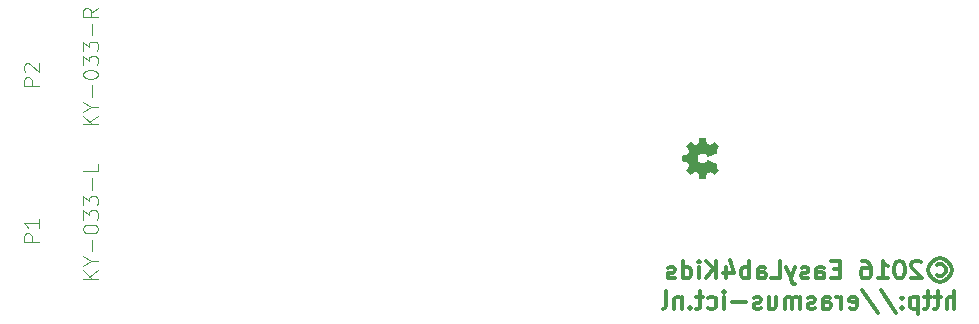
<source format=gbr>
G04 #@! TF.FileFunction,Legend,Bot*
%FSLAX46Y46*%
G04 Gerber Fmt 4.6, Leading zero omitted, Abs format (unit mm)*
G04 Created by KiCad (PCBNEW 4.0.4-stable) date 11/17/16 22:49:04*
%MOMM*%
%LPD*%
G01*
G04 APERTURE LIST*
%ADD10C,0.100000*%
%ADD11C,0.300000*%
%ADD12C,0.002540*%
%ADD13C,0.088900*%
G04 APERTURE END LIST*
D10*
D11*
X102062999Y-39662714D02*
X102205857Y-39591286D01*
X102491571Y-39591286D01*
X102634428Y-39662714D01*
X102777285Y-39805571D01*
X102848714Y-39948429D01*
X102848714Y-40234143D01*
X102777285Y-40377000D01*
X102634428Y-40519857D01*
X102491571Y-40591286D01*
X102205857Y-40591286D01*
X102062999Y-40519857D01*
X102348714Y-39091286D02*
X102705857Y-39162714D01*
X103062999Y-39377000D01*
X103277285Y-39734143D01*
X103348714Y-40091286D01*
X103277285Y-40448429D01*
X103062999Y-40805571D01*
X102705857Y-41019857D01*
X102348714Y-41091286D01*
X101991571Y-41019857D01*
X101634428Y-40805571D01*
X101420142Y-40448429D01*
X101348714Y-40091286D01*
X101420142Y-39734143D01*
X101634428Y-39377000D01*
X101991571Y-39162714D01*
X102348714Y-39091286D01*
X100777285Y-39448429D02*
X100705856Y-39377000D01*
X100562999Y-39305571D01*
X100205856Y-39305571D01*
X100062999Y-39377000D01*
X99991570Y-39448429D01*
X99920142Y-39591286D01*
X99920142Y-39734143D01*
X99991570Y-39948429D01*
X100848713Y-40805571D01*
X99920142Y-40805571D01*
X98991571Y-39305571D02*
X98848714Y-39305571D01*
X98705857Y-39377000D01*
X98634428Y-39448429D01*
X98562999Y-39591286D01*
X98491571Y-39877000D01*
X98491571Y-40234143D01*
X98562999Y-40519857D01*
X98634428Y-40662714D01*
X98705857Y-40734143D01*
X98848714Y-40805571D01*
X98991571Y-40805571D01*
X99134428Y-40734143D01*
X99205857Y-40662714D01*
X99277285Y-40519857D01*
X99348714Y-40234143D01*
X99348714Y-39877000D01*
X99277285Y-39591286D01*
X99205857Y-39448429D01*
X99134428Y-39377000D01*
X98991571Y-39305571D01*
X97063000Y-40805571D02*
X97920143Y-40805571D01*
X97491571Y-40805571D02*
X97491571Y-39305571D01*
X97634428Y-39519857D01*
X97777286Y-39662714D01*
X97920143Y-39734143D01*
X95777286Y-39305571D02*
X96063000Y-39305571D01*
X96205857Y-39377000D01*
X96277286Y-39448429D01*
X96420143Y-39662714D01*
X96491572Y-39948429D01*
X96491572Y-40519857D01*
X96420143Y-40662714D01*
X96348715Y-40734143D01*
X96205857Y-40805571D01*
X95920143Y-40805571D01*
X95777286Y-40734143D01*
X95705857Y-40662714D01*
X95634429Y-40519857D01*
X95634429Y-40162714D01*
X95705857Y-40019857D01*
X95777286Y-39948429D01*
X95920143Y-39877000D01*
X96205857Y-39877000D01*
X96348715Y-39948429D01*
X96420143Y-40019857D01*
X96491572Y-40162714D01*
X93848715Y-40019857D02*
X93348715Y-40019857D01*
X93134429Y-40805571D02*
X93848715Y-40805571D01*
X93848715Y-39305571D01*
X93134429Y-39305571D01*
X91848715Y-40805571D02*
X91848715Y-40019857D01*
X91920144Y-39877000D01*
X92063001Y-39805571D01*
X92348715Y-39805571D01*
X92491572Y-39877000D01*
X91848715Y-40734143D02*
X91991572Y-40805571D01*
X92348715Y-40805571D01*
X92491572Y-40734143D01*
X92563001Y-40591286D01*
X92563001Y-40448429D01*
X92491572Y-40305571D01*
X92348715Y-40234143D01*
X91991572Y-40234143D01*
X91848715Y-40162714D01*
X91205858Y-40734143D02*
X91063001Y-40805571D01*
X90777286Y-40805571D01*
X90634429Y-40734143D01*
X90563001Y-40591286D01*
X90563001Y-40519857D01*
X90634429Y-40377000D01*
X90777286Y-40305571D01*
X90991572Y-40305571D01*
X91134429Y-40234143D01*
X91205858Y-40091286D01*
X91205858Y-40019857D01*
X91134429Y-39877000D01*
X90991572Y-39805571D01*
X90777286Y-39805571D01*
X90634429Y-39877000D01*
X90063000Y-39805571D02*
X89705857Y-40805571D01*
X89348715Y-39805571D02*
X89705857Y-40805571D01*
X89848715Y-41162714D01*
X89920143Y-41234143D01*
X90063000Y-41305571D01*
X88063000Y-40805571D02*
X88777286Y-40805571D01*
X88777286Y-39305571D01*
X86920143Y-40805571D02*
X86920143Y-40019857D01*
X86991572Y-39877000D01*
X87134429Y-39805571D01*
X87420143Y-39805571D01*
X87563000Y-39877000D01*
X86920143Y-40734143D02*
X87063000Y-40805571D01*
X87420143Y-40805571D01*
X87563000Y-40734143D01*
X87634429Y-40591286D01*
X87634429Y-40448429D01*
X87563000Y-40305571D01*
X87420143Y-40234143D01*
X87063000Y-40234143D01*
X86920143Y-40162714D01*
X86205857Y-40805571D02*
X86205857Y-39305571D01*
X86205857Y-39877000D02*
X86063000Y-39805571D01*
X85777286Y-39805571D01*
X85634429Y-39877000D01*
X85563000Y-39948429D01*
X85491571Y-40091286D01*
X85491571Y-40519857D01*
X85563000Y-40662714D01*
X85634429Y-40734143D01*
X85777286Y-40805571D01*
X86063000Y-40805571D01*
X86205857Y-40734143D01*
X84205857Y-39805571D02*
X84205857Y-40805571D01*
X84563000Y-39234143D02*
X84920143Y-40305571D01*
X83991571Y-40305571D01*
X83420143Y-40805571D02*
X83420143Y-39305571D01*
X82563000Y-40805571D02*
X83205857Y-39948429D01*
X82563000Y-39305571D02*
X83420143Y-40162714D01*
X81920143Y-40805571D02*
X81920143Y-39805571D01*
X81920143Y-39305571D02*
X81991572Y-39377000D01*
X81920143Y-39448429D01*
X81848715Y-39377000D01*
X81920143Y-39305571D01*
X81920143Y-39448429D01*
X80563000Y-40805571D02*
X80563000Y-39305571D01*
X80563000Y-40734143D02*
X80705857Y-40805571D01*
X80991571Y-40805571D01*
X81134429Y-40734143D01*
X81205857Y-40662714D01*
X81277286Y-40519857D01*
X81277286Y-40091286D01*
X81205857Y-39948429D01*
X81134429Y-39877000D01*
X80991571Y-39805571D01*
X80705857Y-39805571D01*
X80563000Y-39877000D01*
X79920143Y-40734143D02*
X79777286Y-40805571D01*
X79491571Y-40805571D01*
X79348714Y-40734143D01*
X79277286Y-40591286D01*
X79277286Y-40519857D01*
X79348714Y-40377000D01*
X79491571Y-40305571D01*
X79705857Y-40305571D01*
X79848714Y-40234143D01*
X79920143Y-40091286D01*
X79920143Y-40019857D01*
X79848714Y-39877000D01*
X79705857Y-39805571D01*
X79491571Y-39805571D01*
X79348714Y-39877000D01*
X103563001Y-43355571D02*
X103563001Y-41855571D01*
X102920144Y-43355571D02*
X102920144Y-42569857D01*
X102991573Y-42427000D01*
X103134430Y-42355571D01*
X103348715Y-42355571D01*
X103491573Y-42427000D01*
X103563001Y-42498429D01*
X102420144Y-42355571D02*
X101848715Y-42355571D01*
X102205858Y-41855571D02*
X102205858Y-43141286D01*
X102134430Y-43284143D01*
X101991572Y-43355571D01*
X101848715Y-43355571D01*
X101563001Y-42355571D02*
X100991572Y-42355571D01*
X101348715Y-41855571D02*
X101348715Y-43141286D01*
X101277287Y-43284143D01*
X101134429Y-43355571D01*
X100991572Y-43355571D01*
X100491572Y-42355571D02*
X100491572Y-43855571D01*
X100491572Y-42427000D02*
X100348715Y-42355571D01*
X100063001Y-42355571D01*
X99920144Y-42427000D01*
X99848715Y-42498429D01*
X99777286Y-42641286D01*
X99777286Y-43069857D01*
X99848715Y-43212714D01*
X99920144Y-43284143D01*
X100063001Y-43355571D01*
X100348715Y-43355571D01*
X100491572Y-43284143D01*
X99134429Y-43212714D02*
X99063001Y-43284143D01*
X99134429Y-43355571D01*
X99205858Y-43284143D01*
X99134429Y-43212714D01*
X99134429Y-43355571D01*
X99134429Y-42427000D02*
X99063001Y-42498429D01*
X99134429Y-42569857D01*
X99205858Y-42498429D01*
X99134429Y-42427000D01*
X99134429Y-42569857D01*
X97348715Y-41784143D02*
X98634429Y-43712714D01*
X95777286Y-41784143D02*
X97063000Y-43712714D01*
X94705857Y-43284143D02*
X94848714Y-43355571D01*
X95134428Y-43355571D01*
X95277285Y-43284143D01*
X95348714Y-43141286D01*
X95348714Y-42569857D01*
X95277285Y-42427000D01*
X95134428Y-42355571D01*
X94848714Y-42355571D01*
X94705857Y-42427000D01*
X94634428Y-42569857D01*
X94634428Y-42712714D01*
X95348714Y-42855571D01*
X93991571Y-43355571D02*
X93991571Y-42355571D01*
X93991571Y-42641286D02*
X93920143Y-42498429D01*
X93848714Y-42427000D01*
X93705857Y-42355571D01*
X93563000Y-42355571D01*
X92420143Y-43355571D02*
X92420143Y-42569857D01*
X92491572Y-42427000D01*
X92634429Y-42355571D01*
X92920143Y-42355571D01*
X93063000Y-42427000D01*
X92420143Y-43284143D02*
X92563000Y-43355571D01*
X92920143Y-43355571D01*
X93063000Y-43284143D01*
X93134429Y-43141286D01*
X93134429Y-42998429D01*
X93063000Y-42855571D01*
X92920143Y-42784143D01*
X92563000Y-42784143D01*
X92420143Y-42712714D01*
X91777286Y-43284143D02*
X91634429Y-43355571D01*
X91348714Y-43355571D01*
X91205857Y-43284143D01*
X91134429Y-43141286D01*
X91134429Y-43069857D01*
X91205857Y-42927000D01*
X91348714Y-42855571D01*
X91563000Y-42855571D01*
X91705857Y-42784143D01*
X91777286Y-42641286D01*
X91777286Y-42569857D01*
X91705857Y-42427000D01*
X91563000Y-42355571D01*
X91348714Y-42355571D01*
X91205857Y-42427000D01*
X90491571Y-43355571D02*
X90491571Y-42355571D01*
X90491571Y-42498429D02*
X90420143Y-42427000D01*
X90277285Y-42355571D01*
X90063000Y-42355571D01*
X89920143Y-42427000D01*
X89848714Y-42569857D01*
X89848714Y-43355571D01*
X89848714Y-42569857D02*
X89777285Y-42427000D01*
X89634428Y-42355571D01*
X89420143Y-42355571D01*
X89277285Y-42427000D01*
X89205857Y-42569857D01*
X89205857Y-43355571D01*
X87848714Y-42355571D02*
X87848714Y-43355571D01*
X88491571Y-42355571D02*
X88491571Y-43141286D01*
X88420143Y-43284143D01*
X88277285Y-43355571D01*
X88063000Y-43355571D01*
X87920143Y-43284143D01*
X87848714Y-43212714D01*
X87205857Y-43284143D02*
X87063000Y-43355571D01*
X86777285Y-43355571D01*
X86634428Y-43284143D01*
X86563000Y-43141286D01*
X86563000Y-43069857D01*
X86634428Y-42927000D01*
X86777285Y-42855571D01*
X86991571Y-42855571D01*
X87134428Y-42784143D01*
X87205857Y-42641286D01*
X87205857Y-42569857D01*
X87134428Y-42427000D01*
X86991571Y-42355571D01*
X86777285Y-42355571D01*
X86634428Y-42427000D01*
X85920142Y-42784143D02*
X84777285Y-42784143D01*
X84062999Y-43355571D02*
X84062999Y-42355571D01*
X84062999Y-41855571D02*
X84134428Y-41927000D01*
X84062999Y-41998429D01*
X83991571Y-41927000D01*
X84062999Y-41855571D01*
X84062999Y-41998429D01*
X82705856Y-43284143D02*
X82848713Y-43355571D01*
X83134427Y-43355571D01*
X83277285Y-43284143D01*
X83348713Y-43212714D01*
X83420142Y-43069857D01*
X83420142Y-42641286D01*
X83348713Y-42498429D01*
X83277285Y-42427000D01*
X83134427Y-42355571D01*
X82848713Y-42355571D01*
X82705856Y-42427000D01*
X82277285Y-42355571D02*
X81705856Y-42355571D01*
X82062999Y-41855571D02*
X82062999Y-43141286D01*
X81991571Y-43284143D01*
X81848713Y-43355571D01*
X81705856Y-43355571D01*
X81205856Y-43212714D02*
X81134428Y-43284143D01*
X81205856Y-43355571D01*
X81277285Y-43284143D01*
X81205856Y-43212714D01*
X81205856Y-43355571D01*
X80491570Y-42355571D02*
X80491570Y-43355571D01*
X80491570Y-42498429D02*
X80420142Y-42427000D01*
X80277284Y-42355571D01*
X80062999Y-42355571D01*
X79920142Y-42427000D01*
X79848713Y-42569857D01*
X79848713Y-43355571D01*
X78920141Y-43355571D02*
X79062999Y-43284143D01*
X79134427Y-43141286D01*
X79134427Y-41855571D01*
D12*
G36*
X83540600Y-29596080D02*
X83530440Y-29613860D01*
X83507580Y-29651960D01*
X83469480Y-29707840D01*
X83426300Y-29773880D01*
X83380580Y-29839920D01*
X83345020Y-29895800D01*
X83319620Y-29933900D01*
X83312000Y-29949140D01*
X83314540Y-29956760D01*
X83329780Y-29989780D01*
X83352640Y-30032960D01*
X83367880Y-30060900D01*
X83385660Y-30101540D01*
X83388200Y-30124400D01*
X83383120Y-30126940D01*
X83352640Y-30142180D01*
X83296760Y-30165040D01*
X83225640Y-30198060D01*
X83139280Y-30233620D01*
X83047840Y-30271720D01*
X82956400Y-30312360D01*
X82867500Y-30347920D01*
X82786220Y-30380940D01*
X82720180Y-30406340D01*
X82677000Y-30424120D01*
X82656680Y-30431740D01*
X82651600Y-30429200D01*
X82631280Y-30408880D01*
X82605880Y-30370780D01*
X82539840Y-30292040D01*
X82443320Y-30213300D01*
X82334100Y-30167580D01*
X82209640Y-30149800D01*
X82095340Y-30165040D01*
X81988660Y-30208220D01*
X81889600Y-30284420D01*
X81815940Y-30378400D01*
X81770220Y-30485080D01*
X81754980Y-30607000D01*
X81767680Y-30721300D01*
X81813400Y-30833060D01*
X81887060Y-30932120D01*
X81935320Y-30975300D01*
X82034380Y-31031180D01*
X82141060Y-31064200D01*
X82169000Y-31066740D01*
X82285840Y-31061660D01*
X82397600Y-31028640D01*
X82496660Y-30965140D01*
X82580480Y-30881320D01*
X82588100Y-30868620D01*
X82618580Y-30830520D01*
X82638900Y-30802580D01*
X82654140Y-30782260D01*
X83014820Y-30932120D01*
X83070700Y-30954980D01*
X83169760Y-30995620D01*
X83253580Y-31031180D01*
X83322160Y-31061660D01*
X83367880Y-31081980D01*
X83385660Y-31089600D01*
X83385660Y-31089600D01*
X83388200Y-31104840D01*
X83378040Y-31130240D01*
X83355180Y-31181040D01*
X83337400Y-31214060D01*
X83319620Y-31252160D01*
X83312000Y-31269940D01*
X83319620Y-31285180D01*
X83342480Y-31320740D01*
X83378040Y-31374080D01*
X83423760Y-31440120D01*
X83464400Y-31501080D01*
X83502500Y-31556960D01*
X83527900Y-31597600D01*
X83538060Y-31617920D01*
X83538060Y-31620460D01*
X83527900Y-31638240D01*
X83502500Y-31671260D01*
X83456780Y-31719520D01*
X83388200Y-31788100D01*
X83375500Y-31798260D01*
X83319620Y-31856680D01*
X83271360Y-31902400D01*
X83235800Y-31932880D01*
X83220560Y-31945580D01*
X83220560Y-31945580D01*
X83200240Y-31935420D01*
X83159600Y-31907480D01*
X83101180Y-31871920D01*
X83035140Y-31826200D01*
X82862420Y-31706820D01*
X82699860Y-31772860D01*
X82649060Y-31793180D01*
X82588100Y-31818580D01*
X82544920Y-31836360D01*
X82527140Y-31846520D01*
X82519520Y-31864300D01*
X82509360Y-31907480D01*
X82496660Y-31973520D01*
X82481420Y-32049720D01*
X82468720Y-32123380D01*
X82456020Y-32189420D01*
X82445860Y-32237680D01*
X82443320Y-32260540D01*
X82438240Y-32265620D01*
X82428080Y-32270700D01*
X82405220Y-32273240D01*
X82364580Y-32273240D01*
X82301080Y-32275780D01*
X82209640Y-32275780D01*
X82199480Y-32275780D01*
X82113120Y-32273240D01*
X82042000Y-32273240D01*
X81998820Y-32270700D01*
X81981040Y-32268160D01*
X81981040Y-32268160D01*
X81975960Y-32245300D01*
X81965800Y-32199580D01*
X81953100Y-32133540D01*
X81937860Y-32054800D01*
X81935320Y-32049720D01*
X81920080Y-31970980D01*
X81907380Y-31902400D01*
X81897220Y-31856680D01*
X81889600Y-31838900D01*
X81884520Y-31833820D01*
X81854040Y-31818580D01*
X81805780Y-31795720D01*
X81744820Y-31767780D01*
X81683860Y-31742380D01*
X81627980Y-31722060D01*
X81584800Y-31706820D01*
X81567020Y-31701740D01*
X81567020Y-31701740D01*
X81546700Y-31714440D01*
X81506060Y-31739840D01*
X81450180Y-31777940D01*
X81381600Y-31826200D01*
X81376520Y-31828740D01*
X81310480Y-31874460D01*
X81254600Y-31910020D01*
X81213960Y-31935420D01*
X81196180Y-31945580D01*
X81193640Y-31943040D01*
X81175860Y-31930340D01*
X81137760Y-31894780D01*
X81086960Y-31846520D01*
X81026000Y-31788100D01*
X81008220Y-31770320D01*
X80944720Y-31704280D01*
X80904080Y-31658560D01*
X80881220Y-31630620D01*
X80876140Y-31617920D01*
X80876140Y-31617920D01*
X80888840Y-31597600D01*
X80916780Y-31554420D01*
X80954880Y-31498540D01*
X81000600Y-31429960D01*
X81005680Y-31424880D01*
X81051400Y-31358840D01*
X81086960Y-31302960D01*
X81114900Y-31264860D01*
X81125060Y-31247080D01*
X81125060Y-31244540D01*
X81117440Y-31216600D01*
X81099660Y-31168340D01*
X81076800Y-31109920D01*
X81051400Y-31048960D01*
X81028540Y-30993080D01*
X81010760Y-30949900D01*
X80998060Y-30932120D01*
X80998060Y-30929580D01*
X80972660Y-30924500D01*
X80924400Y-30911800D01*
X80855820Y-30896560D01*
X80772000Y-30881320D01*
X80759300Y-30878780D01*
X80680560Y-30863540D01*
X80614520Y-30850840D01*
X80568800Y-30843220D01*
X80551020Y-30838140D01*
X80548480Y-30825440D01*
X80545940Y-30787340D01*
X80543400Y-30728920D01*
X80543400Y-30657800D01*
X80543400Y-30581600D01*
X80545940Y-30507940D01*
X80545940Y-30446980D01*
X80551020Y-30401260D01*
X80553560Y-30380940D01*
X80556100Y-30380940D01*
X80578960Y-30373320D01*
X80629760Y-30363160D01*
X80698340Y-30350460D01*
X80779620Y-30332680D01*
X80794860Y-30330140D01*
X80873600Y-30314900D01*
X80939640Y-30302200D01*
X80985360Y-30292040D01*
X81003140Y-30286960D01*
X81005680Y-30281880D01*
X81020920Y-30248860D01*
X81041240Y-30195520D01*
X81069180Y-30129480D01*
X81130140Y-29977080D01*
X81003140Y-29789120D01*
X80990440Y-29771340D01*
X80944720Y-29705300D01*
X80906620Y-29649420D01*
X80883760Y-29611320D01*
X80873600Y-29593540D01*
X80873600Y-29593540D01*
X80891380Y-29573220D01*
X80924400Y-29537660D01*
X80975200Y-29486860D01*
X81033620Y-29428440D01*
X81076800Y-29382720D01*
X81130140Y-29331920D01*
X81165700Y-29298900D01*
X81188560Y-29281120D01*
X81201260Y-29276040D01*
X81211420Y-29276040D01*
X81229200Y-29288740D01*
X81272380Y-29316680D01*
X81328260Y-29354780D01*
X81394300Y-29400500D01*
X81450180Y-29438600D01*
X81513680Y-29479240D01*
X81556860Y-29504640D01*
X81579720Y-29514800D01*
X81589880Y-29512260D01*
X81625440Y-29499560D01*
X81681320Y-29476700D01*
X81747360Y-29448760D01*
X81894680Y-29382720D01*
X81915000Y-29286200D01*
X81925160Y-29227780D01*
X81940400Y-29143960D01*
X81955640Y-29065220D01*
X81981040Y-28943300D01*
X82430620Y-28938220D01*
X82438240Y-28958540D01*
X82443320Y-28976320D01*
X82453480Y-29022040D01*
X82466180Y-29085540D01*
X82481420Y-29164280D01*
X82494120Y-29227780D01*
X82506820Y-29293820D01*
X82514440Y-29342080D01*
X82519520Y-29362400D01*
X82527140Y-29367480D01*
X82557620Y-29385260D01*
X82608420Y-29408120D01*
X82669380Y-29433520D01*
X82732880Y-29461460D01*
X82791300Y-29484320D01*
X82837020Y-29499560D01*
X82859880Y-29507180D01*
X82877660Y-29497020D01*
X82915760Y-29471620D01*
X82971640Y-29436060D01*
X83037680Y-29390340D01*
X83101180Y-29347160D01*
X83159600Y-29309060D01*
X83197700Y-29283660D01*
X83218020Y-29270960D01*
X83230720Y-29276040D01*
X83261200Y-29303980D01*
X83312000Y-29352240D01*
X83385660Y-29425900D01*
X83395820Y-29438600D01*
X83454240Y-29497020D01*
X83499960Y-29545280D01*
X83530440Y-29580840D01*
X83540600Y-29596080D01*
X83540600Y-29596080D01*
G37*
X83540600Y-29596080D02*
X83530440Y-29613860D01*
X83507580Y-29651960D01*
X83469480Y-29707840D01*
X83426300Y-29773880D01*
X83380580Y-29839920D01*
X83345020Y-29895800D01*
X83319620Y-29933900D01*
X83312000Y-29949140D01*
X83314540Y-29956760D01*
X83329780Y-29989780D01*
X83352640Y-30032960D01*
X83367880Y-30060900D01*
X83385660Y-30101540D01*
X83388200Y-30124400D01*
X83383120Y-30126940D01*
X83352640Y-30142180D01*
X83296760Y-30165040D01*
X83225640Y-30198060D01*
X83139280Y-30233620D01*
X83047840Y-30271720D01*
X82956400Y-30312360D01*
X82867500Y-30347920D01*
X82786220Y-30380940D01*
X82720180Y-30406340D01*
X82677000Y-30424120D01*
X82656680Y-30431740D01*
X82651600Y-30429200D01*
X82631280Y-30408880D01*
X82605880Y-30370780D01*
X82539840Y-30292040D01*
X82443320Y-30213300D01*
X82334100Y-30167580D01*
X82209640Y-30149800D01*
X82095340Y-30165040D01*
X81988660Y-30208220D01*
X81889600Y-30284420D01*
X81815940Y-30378400D01*
X81770220Y-30485080D01*
X81754980Y-30607000D01*
X81767680Y-30721300D01*
X81813400Y-30833060D01*
X81887060Y-30932120D01*
X81935320Y-30975300D01*
X82034380Y-31031180D01*
X82141060Y-31064200D01*
X82169000Y-31066740D01*
X82285840Y-31061660D01*
X82397600Y-31028640D01*
X82496660Y-30965140D01*
X82580480Y-30881320D01*
X82588100Y-30868620D01*
X82618580Y-30830520D01*
X82638900Y-30802580D01*
X82654140Y-30782260D01*
X83014820Y-30932120D01*
X83070700Y-30954980D01*
X83169760Y-30995620D01*
X83253580Y-31031180D01*
X83322160Y-31061660D01*
X83367880Y-31081980D01*
X83385660Y-31089600D01*
X83385660Y-31089600D01*
X83388200Y-31104840D01*
X83378040Y-31130240D01*
X83355180Y-31181040D01*
X83337400Y-31214060D01*
X83319620Y-31252160D01*
X83312000Y-31269940D01*
X83319620Y-31285180D01*
X83342480Y-31320740D01*
X83378040Y-31374080D01*
X83423760Y-31440120D01*
X83464400Y-31501080D01*
X83502500Y-31556960D01*
X83527900Y-31597600D01*
X83538060Y-31617920D01*
X83538060Y-31620460D01*
X83527900Y-31638240D01*
X83502500Y-31671260D01*
X83456780Y-31719520D01*
X83388200Y-31788100D01*
X83375500Y-31798260D01*
X83319620Y-31856680D01*
X83271360Y-31902400D01*
X83235800Y-31932880D01*
X83220560Y-31945580D01*
X83220560Y-31945580D01*
X83200240Y-31935420D01*
X83159600Y-31907480D01*
X83101180Y-31871920D01*
X83035140Y-31826200D01*
X82862420Y-31706820D01*
X82699860Y-31772860D01*
X82649060Y-31793180D01*
X82588100Y-31818580D01*
X82544920Y-31836360D01*
X82527140Y-31846520D01*
X82519520Y-31864300D01*
X82509360Y-31907480D01*
X82496660Y-31973520D01*
X82481420Y-32049720D01*
X82468720Y-32123380D01*
X82456020Y-32189420D01*
X82445860Y-32237680D01*
X82443320Y-32260540D01*
X82438240Y-32265620D01*
X82428080Y-32270700D01*
X82405220Y-32273240D01*
X82364580Y-32273240D01*
X82301080Y-32275780D01*
X82209640Y-32275780D01*
X82199480Y-32275780D01*
X82113120Y-32273240D01*
X82042000Y-32273240D01*
X81998820Y-32270700D01*
X81981040Y-32268160D01*
X81981040Y-32268160D01*
X81975960Y-32245300D01*
X81965800Y-32199580D01*
X81953100Y-32133540D01*
X81937860Y-32054800D01*
X81935320Y-32049720D01*
X81920080Y-31970980D01*
X81907380Y-31902400D01*
X81897220Y-31856680D01*
X81889600Y-31838900D01*
X81884520Y-31833820D01*
X81854040Y-31818580D01*
X81805780Y-31795720D01*
X81744820Y-31767780D01*
X81683860Y-31742380D01*
X81627980Y-31722060D01*
X81584800Y-31706820D01*
X81567020Y-31701740D01*
X81567020Y-31701740D01*
X81546700Y-31714440D01*
X81506060Y-31739840D01*
X81450180Y-31777940D01*
X81381600Y-31826200D01*
X81376520Y-31828740D01*
X81310480Y-31874460D01*
X81254600Y-31910020D01*
X81213960Y-31935420D01*
X81196180Y-31945580D01*
X81193640Y-31943040D01*
X81175860Y-31930340D01*
X81137760Y-31894780D01*
X81086960Y-31846520D01*
X81026000Y-31788100D01*
X81008220Y-31770320D01*
X80944720Y-31704280D01*
X80904080Y-31658560D01*
X80881220Y-31630620D01*
X80876140Y-31617920D01*
X80876140Y-31617920D01*
X80888840Y-31597600D01*
X80916780Y-31554420D01*
X80954880Y-31498540D01*
X81000600Y-31429960D01*
X81005680Y-31424880D01*
X81051400Y-31358840D01*
X81086960Y-31302960D01*
X81114900Y-31264860D01*
X81125060Y-31247080D01*
X81125060Y-31244540D01*
X81117440Y-31216600D01*
X81099660Y-31168340D01*
X81076800Y-31109920D01*
X81051400Y-31048960D01*
X81028540Y-30993080D01*
X81010760Y-30949900D01*
X80998060Y-30932120D01*
X80998060Y-30929580D01*
X80972660Y-30924500D01*
X80924400Y-30911800D01*
X80855820Y-30896560D01*
X80772000Y-30881320D01*
X80759300Y-30878780D01*
X80680560Y-30863540D01*
X80614520Y-30850840D01*
X80568800Y-30843220D01*
X80551020Y-30838140D01*
X80548480Y-30825440D01*
X80545940Y-30787340D01*
X80543400Y-30728920D01*
X80543400Y-30657800D01*
X80543400Y-30581600D01*
X80545940Y-30507940D01*
X80545940Y-30446980D01*
X80551020Y-30401260D01*
X80553560Y-30380940D01*
X80556100Y-30380940D01*
X80578960Y-30373320D01*
X80629760Y-30363160D01*
X80698340Y-30350460D01*
X80779620Y-30332680D01*
X80794860Y-30330140D01*
X80873600Y-30314900D01*
X80939640Y-30302200D01*
X80985360Y-30292040D01*
X81003140Y-30286960D01*
X81005680Y-30281880D01*
X81020920Y-30248860D01*
X81041240Y-30195520D01*
X81069180Y-30129480D01*
X81130140Y-29977080D01*
X81003140Y-29789120D01*
X80990440Y-29771340D01*
X80944720Y-29705300D01*
X80906620Y-29649420D01*
X80883760Y-29611320D01*
X80873600Y-29593540D01*
X80873600Y-29593540D01*
X80891380Y-29573220D01*
X80924400Y-29537660D01*
X80975200Y-29486860D01*
X81033620Y-29428440D01*
X81076800Y-29382720D01*
X81130140Y-29331920D01*
X81165700Y-29298900D01*
X81188560Y-29281120D01*
X81201260Y-29276040D01*
X81211420Y-29276040D01*
X81229200Y-29288740D01*
X81272380Y-29316680D01*
X81328260Y-29354780D01*
X81394300Y-29400500D01*
X81450180Y-29438600D01*
X81513680Y-29479240D01*
X81556860Y-29504640D01*
X81579720Y-29514800D01*
X81589880Y-29512260D01*
X81625440Y-29499560D01*
X81681320Y-29476700D01*
X81747360Y-29448760D01*
X81894680Y-29382720D01*
X81915000Y-29286200D01*
X81925160Y-29227780D01*
X81940400Y-29143960D01*
X81955640Y-29065220D01*
X81981040Y-28943300D01*
X82430620Y-28938220D01*
X82438240Y-28958540D01*
X82443320Y-28976320D01*
X82453480Y-29022040D01*
X82466180Y-29085540D01*
X82481420Y-29164280D01*
X82494120Y-29227780D01*
X82506820Y-29293820D01*
X82514440Y-29342080D01*
X82519520Y-29362400D01*
X82527140Y-29367480D01*
X82557620Y-29385260D01*
X82608420Y-29408120D01*
X82669380Y-29433520D01*
X82732880Y-29461460D01*
X82791300Y-29484320D01*
X82837020Y-29499560D01*
X82859880Y-29507180D01*
X82877660Y-29497020D01*
X82915760Y-29471620D01*
X82971640Y-29436060D01*
X83037680Y-29390340D01*
X83101180Y-29347160D01*
X83159600Y-29309060D01*
X83197700Y-29283660D01*
X83218020Y-29270960D01*
X83230720Y-29276040D01*
X83261200Y-29303980D01*
X83312000Y-29352240D01*
X83385660Y-29425900D01*
X83395820Y-29438600D01*
X83454240Y-29497020D01*
X83499960Y-29545280D01*
X83530440Y-29580840D01*
X83540600Y-29596080D01*
D13*
X26050724Y-37716581D02*
X24780724Y-37716581D01*
X24780724Y-37232772D01*
X24841200Y-37111819D01*
X24901676Y-37051343D01*
X25022629Y-36990867D01*
X25204057Y-36990867D01*
X25325010Y-37051343D01*
X25385486Y-37111819D01*
X25445962Y-37232772D01*
X25445962Y-37716581D01*
X26050724Y-35781343D02*
X26050724Y-36507057D01*
X26050724Y-36144200D02*
X24780724Y-36144200D01*
X24962152Y-36265152D01*
X25083105Y-36386105D01*
X25143581Y-36507057D01*
X31054524Y-40845619D02*
X29784524Y-40845619D01*
X31054524Y-40119905D02*
X30328810Y-40664190D01*
X29784524Y-40119905D02*
X30510238Y-40845619D01*
X30449762Y-39333714D02*
X31054524Y-39333714D01*
X29784524Y-39757048D02*
X30449762Y-39333714D01*
X29784524Y-38910381D01*
X30570714Y-38487048D02*
X30570714Y-37519429D01*
X29784524Y-36672762D02*
X29784524Y-36551810D01*
X29845000Y-36430858D01*
X29905476Y-36370381D01*
X30026429Y-36309905D01*
X30268333Y-36249429D01*
X30570714Y-36249429D01*
X30812619Y-36309905D01*
X30933571Y-36370381D01*
X30994048Y-36430858D01*
X31054524Y-36551810D01*
X31054524Y-36672762D01*
X30994048Y-36793715D01*
X30933571Y-36854191D01*
X30812619Y-36914667D01*
X30570714Y-36975143D01*
X30268333Y-36975143D01*
X30026429Y-36914667D01*
X29905476Y-36854191D01*
X29845000Y-36793715D01*
X29784524Y-36672762D01*
X29784524Y-35826095D02*
X29784524Y-35039905D01*
X30268333Y-35463238D01*
X30268333Y-35281810D01*
X30328810Y-35160857D01*
X30389286Y-35100381D01*
X30510238Y-35039905D01*
X30812619Y-35039905D01*
X30933571Y-35100381D01*
X30994048Y-35160857D01*
X31054524Y-35281810D01*
X31054524Y-35644667D01*
X30994048Y-35765619D01*
X30933571Y-35826095D01*
X29784524Y-34616571D02*
X29784524Y-33830381D01*
X30268333Y-34253714D01*
X30268333Y-34072286D01*
X30328810Y-33951333D01*
X30389286Y-33890857D01*
X30510238Y-33830381D01*
X30812619Y-33830381D01*
X30933571Y-33890857D01*
X30994048Y-33951333D01*
X31054524Y-34072286D01*
X31054524Y-34435143D01*
X30994048Y-34556095D01*
X30933571Y-34616571D01*
X30570714Y-33286095D02*
X30570714Y-32318476D01*
X31054524Y-31108952D02*
X31054524Y-31713714D01*
X29784524Y-31713714D01*
X26050724Y-24508581D02*
X24780724Y-24508581D01*
X24780724Y-24024772D01*
X24841200Y-23903819D01*
X24901676Y-23843343D01*
X25022629Y-23782867D01*
X25204057Y-23782867D01*
X25325010Y-23843343D01*
X25385486Y-23903819D01*
X25445962Y-24024772D01*
X25445962Y-24508581D01*
X24901676Y-23299057D02*
X24841200Y-23238581D01*
X24780724Y-23117629D01*
X24780724Y-22815248D01*
X24841200Y-22694295D01*
X24901676Y-22633819D01*
X25022629Y-22573343D01*
X25143581Y-22573343D01*
X25325010Y-22633819D01*
X26050724Y-23359533D01*
X26050724Y-22573343D01*
X31054524Y-27758571D02*
X29784524Y-27758571D01*
X31054524Y-27032857D02*
X30328810Y-27577142D01*
X29784524Y-27032857D02*
X30510238Y-27758571D01*
X30449762Y-26246666D02*
X31054524Y-26246666D01*
X29784524Y-26670000D02*
X30449762Y-26246666D01*
X29784524Y-25823333D01*
X30570714Y-25400000D02*
X30570714Y-24432381D01*
X29784524Y-23585714D02*
X29784524Y-23464762D01*
X29845000Y-23343810D01*
X29905476Y-23283333D01*
X30026429Y-23222857D01*
X30268333Y-23162381D01*
X30570714Y-23162381D01*
X30812619Y-23222857D01*
X30933571Y-23283333D01*
X30994048Y-23343810D01*
X31054524Y-23464762D01*
X31054524Y-23585714D01*
X30994048Y-23706667D01*
X30933571Y-23767143D01*
X30812619Y-23827619D01*
X30570714Y-23888095D01*
X30268333Y-23888095D01*
X30026429Y-23827619D01*
X29905476Y-23767143D01*
X29845000Y-23706667D01*
X29784524Y-23585714D01*
X29784524Y-22739047D02*
X29784524Y-21952857D01*
X30268333Y-22376190D01*
X30268333Y-22194762D01*
X30328810Y-22073809D01*
X30389286Y-22013333D01*
X30510238Y-21952857D01*
X30812619Y-21952857D01*
X30933571Y-22013333D01*
X30994048Y-22073809D01*
X31054524Y-22194762D01*
X31054524Y-22557619D01*
X30994048Y-22678571D01*
X30933571Y-22739047D01*
X29784524Y-21529523D02*
X29784524Y-20743333D01*
X30268333Y-21166666D01*
X30268333Y-20985238D01*
X30328810Y-20864285D01*
X30389286Y-20803809D01*
X30510238Y-20743333D01*
X30812619Y-20743333D01*
X30933571Y-20803809D01*
X30994048Y-20864285D01*
X31054524Y-20985238D01*
X31054524Y-21348095D01*
X30994048Y-21469047D01*
X30933571Y-21529523D01*
X30570714Y-20199047D02*
X30570714Y-19231428D01*
X31054524Y-17900952D02*
X30449762Y-18324285D01*
X31054524Y-18626666D02*
X29784524Y-18626666D01*
X29784524Y-18142857D01*
X29845000Y-18021904D01*
X29905476Y-17961428D01*
X30026429Y-17900952D01*
X30207857Y-17900952D01*
X30328810Y-17961428D01*
X30389286Y-18021904D01*
X30449762Y-18142857D01*
X30449762Y-18626666D01*
M02*

</source>
